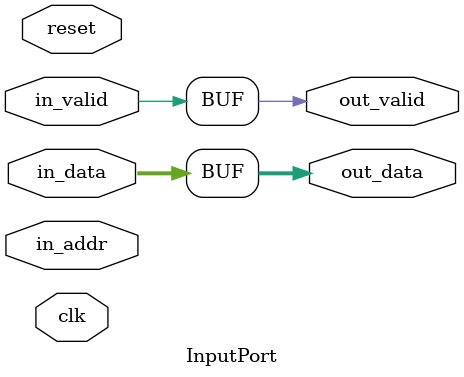
<source format=v>
`timescale 1ns / 1ps

module InputPort #(
    parameter ADDR_WIDTH = 32,
    parameter DATA_WIDTH = 32
)(
    input wire clk,
    input wire reset,
    input wire [ADDR_WIDTH-1:0] in_addr,
    input wire [DATA_WIDTH-1:0] in_data,
    input wire in_valid,
    output wire [DATA_WIDTH-1:0] out_data,
    output wire out_valid
);

    // For simplicity, directly pass the input data to the output
    assign out_data = in_data;
    assign out_valid = in_valid;

endmodule

</source>
